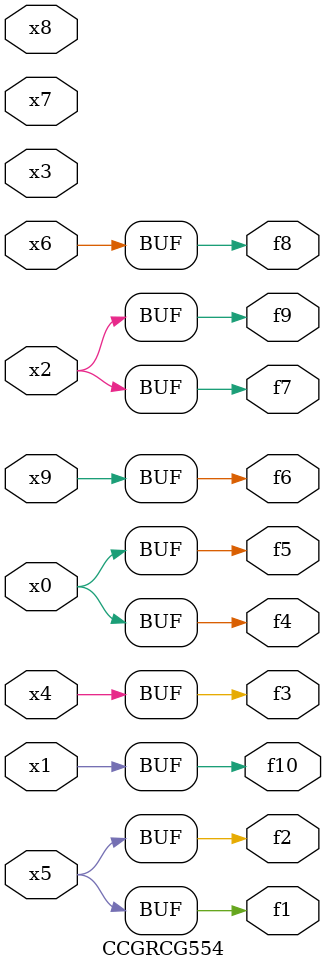
<source format=v>
module CCGRCG554(
	input x0, x1, x2, x3, x4, x5, x6, x7, x8, x9,
	output f1, f2, f3, f4, f5, f6, f7, f8, f9, f10
);
	assign f1 = x5;
	assign f2 = x5;
	assign f3 = x4;
	assign f4 = x0;
	assign f5 = x0;
	assign f6 = x9;
	assign f7 = x2;
	assign f8 = x6;
	assign f9 = x2;
	assign f10 = x1;
endmodule

</source>
